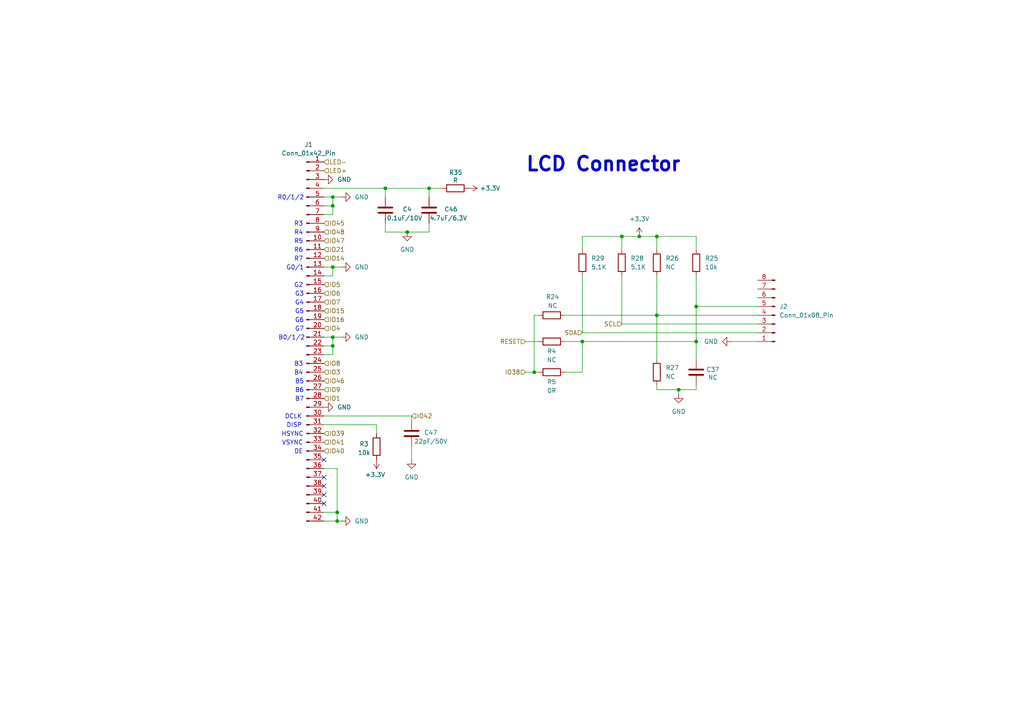
<source format=kicad_sch>
(kicad_sch (version 20231120) (generator "eeschema") (generator_version "8.0")
  (paper "A4")
  (lib_symbols
    (symbol "Connector:Conn_01x08_Pin" (pin_names (offset 1.016) hide)
      (property "Reference" "J" (at 0 10.16 0))
      (property "Value" "Conn_01x08_Pin" (at 0 -12.7 0))
      (symbol "Conn_01x08_Pin_1_1"
        (polyline (pts (xy 1.27 -10.16) (xy 0.8636 -10.16)) (stroke (width 0.1524)))
        (polyline (pts (xy 1.27 -7.62) (xy 0.8636 -7.62)) (stroke (width 0.1524)))
        (polyline (pts (xy 1.27 -5.08) (xy 0.8636 -5.08)) (stroke (width 0.1524)))
        (polyline (pts (xy 1.27 -2.54) (xy 0.8636 -2.54)) (stroke (width 0.1524)))
        (polyline (pts (xy 1.27 0) (xy 0.8636 0)) (stroke (width 0.1524)))
        (polyline (pts (xy 1.27 2.54) (xy 0.8636 2.54)) (stroke (width 0.1524)))
        (polyline (pts (xy 1.27 5.08) (xy 0.8636 5.08)) (stroke (width 0.1524)))
        (polyline (pts (xy 1.27 7.62) (xy 0.8636 7.62)) (stroke (width 0.1524)))
        (rectangle (start 0.8636 -10.033) (end 0 -10.287) (stroke (width 0.1524)) (fill (type outline)))
        (rectangle (start 0.8636 -7.493) (end 0 -7.747) (stroke (width 0.1524)) (fill (type outline)))
        (rectangle (start 0.8636 -4.953) (end 0 -5.207) (stroke (width 0.1524)) (fill (type outline)))
        (rectangle (start 0.8636 -2.413) (end 0 -2.667) (stroke (width 0.1524)) (fill (type outline)))
        (rectangle (start 0.8636 0.127) (end 0 -0.127) (stroke (width 0.1524)) (fill (type outline)))
        (rectangle (start 0.8636 2.667) (end 0 2.413) (stroke (width 0.1524)) (fill (type outline)))
        (rectangle (start 0.8636 5.207) (end 0 4.953) (stroke (width 0.1524)) (fill (type outline)))
        (rectangle (start 0.8636 7.747) (end 0 7.493) (stroke (width 0.1524)) (fill (type outline)))
        (pin passive line (at 5.08 7.62 180) (length 3.81) (name "Pin_1") (number "1"))
        (pin passive line (at 5.08 5.08 180) (length 3.81) (name "Pin_2") (number "2"))
        (pin passive line (at 5.08 2.54 180) (length 3.81) (name "Pin_3") (number "3"))
        (pin passive line (at 5.08 0 180) (length 3.81) (name "Pin_4") (number "4"))
        (pin passive line (at 5.08 -2.54 180) (length 3.81) (name "Pin_5") (number "5"))
        (pin passive line (at 5.08 -5.08 180) (length 3.81) (name "Pin_6") (number "6"))
        (pin passive line (at 5.08 -7.62 180) (length 3.81) (name "Pin_7") (number "7"))
        (pin passive line (at 5.08 -10.16 180) (length 3.81) (name "Pin_8") (number "8"))
      )
    )
    (symbol "Connector:Conn_01x42_Pin" (pin_names (offset 1.016) hide)
      (property "Reference" "J" (at 0 53.34 0))
      (property "Value" "Conn_01x42_Pin" (at 0 -55.88 0))
      (symbol "Conn_01x42_Pin_1_1"
        (polyline (pts (xy 1.27 -53.34) (xy 0.8636 -53.34)) (stroke (width 0.1524)))
        (polyline (pts (xy 1.27 -50.8) (xy 0.8636 -50.8)) (stroke (width 0.1524)))
        (polyline (pts (xy 1.27 -48.26) (xy 0.8636 -48.26)) (stroke (width 0.1524)))
        (polyline (pts (xy 1.27 -45.72) (xy 0.8636 -45.72)) (stroke (width 0.1524)))
        (polyline (pts (xy 1.27 -43.18) (xy 0.8636 -43.18)) (stroke (width 0.1524)))
        (polyline (pts (xy 1.27 -40.64) (xy 0.8636 -40.64)) (stroke (width 0.1524)))
        (polyline (pts (xy 1.27 -38.1) (xy 0.8636 -38.1)) (stroke (width 0.1524)))
        (polyline (pts (xy 1.27 -35.56) (xy 0.8636 -35.56)) (stroke (width 0.1524)))
        (polyline (pts (xy 1.27 -33.02) (xy 0.8636 -33.02)) (stroke (width 0.1524)))
        (polyline (pts (xy 1.27 -30.48) (xy 0.8636 -30.48)) (stroke (width 0.1524)))
        (polyline (pts (xy 1.27 -27.94) (xy 0.8636 -27.94)) (stroke (width 0.1524)))
        (polyline (pts (xy 1.27 -25.4) (xy 0.8636 -25.4)) (stroke (width 0.1524)))
        (polyline (pts (xy 1.27 -22.86) (xy 0.8636 -22.86)) (stroke (width 0.1524)))
        (polyline (pts (xy 1.27 -20.32) (xy 0.8636 -20.32)) (stroke (width 0.1524)))
        (polyline (pts (xy 1.27 -17.78) (xy 0.8636 -17.78)) (stroke (width 0.1524)))
        (polyline (pts (xy 1.27 -15.24) (xy 0.8636 -15.24)) (stroke (width 0.1524)))
        (polyline (pts (xy 1.27 -12.7) (xy 0.8636 -12.7)) (stroke (width 0.1524)))
        (polyline (pts (xy 1.27 -10.16) (xy 0.8636 -10.16)) (stroke (width 0.1524)))
        (polyline (pts (xy 1.27 -7.62) (xy 0.8636 -7.62)) (stroke (width 0.1524)))
        (polyline (pts (xy 1.27 -5.08) (xy 0.8636 -5.08)) (stroke (width 0.1524)))
        (polyline (pts (xy 1.27 -2.54) (xy 0.8636 -2.54)) (stroke (width 0.1524)))
        (polyline (pts (xy 1.27 0) (xy 0.8636 0)) (stroke (width 0.1524)))
        (polyline (pts (xy 1.27 2.54) (xy 0.8636 2.54)) (stroke (width 0.1524)))
        (polyline (pts (xy 1.27 5.08) (xy 0.8636 5.08)) (stroke (width 0.1524)))
        (polyline (pts (xy 1.27 7.62) (xy 0.8636 7.62)) (stroke (width 0.1524)))
        (polyline (pts (xy 1.27 10.16) (xy 0.8636 10.16)) (stroke (width 0.1524)))
        (polyline (pts (xy 1.27 12.7) (xy 0.8636 12.7)) (stroke (width 0.1524)))
        (polyline (pts (xy 1.27 15.24) (xy 0.8636 15.24)) (stroke (width 0.1524)))
        (polyline (pts (xy 1.27 17.78) (xy 0.8636 17.78)) (stroke (width 0.1524)))
        (polyline (pts (xy 1.27 20.32) (xy 0.8636 20.32)) (stroke (width 0.1524)))
        (polyline (pts (xy 1.27 22.86) (xy 0.8636 22.86)) (stroke (width 0.1524)))
        (polyline (pts (xy 1.27 25.4) (xy 0.8636 25.4)) (stroke (width 0.1524)))
        (polyline (pts (xy 1.27 27.94) (xy 0.8636 27.94)) (stroke (width 0.1524)))
        (polyline (pts (xy 1.27 30.48) (xy 0.8636 30.48)) (stroke (width 0.1524)))
        (polyline (pts (xy 1.27 33.02) (xy 0.8636 33.02)) (stroke (width 0.1524)))
        (polyline (pts (xy 1.27 35.56) (xy 0.8636 35.56)) (stroke (width 0.1524)))
        (polyline (pts (xy 1.27 38.1) (xy 0.8636 38.1)) (stroke (width 0.1524)))
        (polyline (pts (xy 1.27 40.64) (xy 0.8636 40.64)) (stroke (width 0.1524)))
        (polyline (pts (xy 1.27 43.18) (xy 0.8636 43.18)) (stroke (width 0.1524)))
        (polyline (pts (xy 1.27 45.72) (xy 0.8636 45.72)) (stroke (width 0.1524)))
        (polyline (pts (xy 1.27 48.26) (xy 0.8636 48.26)) (stroke (width 0.1524)))
        (polyline (pts (xy 1.27 50.8) (xy 0.8636 50.8)) (stroke (width 0.1524)))
        (rectangle (start 0.8636 -53.213) (end 0 -53.467) (stroke (width 0.1524)) (fill (type outline)))
        (rectangle (start 0.8636 -50.673) (end 0 -50.927) (stroke (width 0.1524)) (fill (type outline)))
        (rectangle (start 0.8636 -48.133) (end 0 -48.387) (stroke (width 0.1524)) (fill (type outline)))
        (rectangle (start 0.8636 -45.593) (end 0 -45.847) (stroke (width 0.1524)) (fill (type outline)))
        (rectangle (start 0.8636 -43.053) (end 0 -43.307) (stroke (width 0.1524)) (fill (type outline)))
        (rectangle (start 0.8636 -40.513) (end 0 -40.767) (stroke (width 0.1524)) (fill (type outline)))
        (rectangle (start 0.8636 -37.973) (end 0 -38.227) (stroke (width 0.1524)) (fill (type outline)))
        (rectangle (start 0.8636 -35.433) (end 0 -35.687) (stroke (width 0.1524)) (fill (type outline)))
        (rectangle (start 0.8636 -32.893) (end 0 -33.147) (stroke (width 0.1524)) (fill (type outline)))
        (rectangle (start 0.8636 -30.353) (end 0 -30.607) (stroke (width 0.1524)) (fill (type outline)))
        (rectangle (start 0.8636 -27.813) (end 0 -28.067) (stroke (width 0.1524)) (fill (type outline)))
        (rectangle (start 0.8636 -25.273) (end 0 -25.527) (stroke (width 0.1524)) (fill (type outline)))
        (rectangle (start 0.8636 -22.733) (end 0 -22.987) (stroke (width 0.1524)) (fill (type outline)))
        (rectangle (start 0.8636 -20.193) (end 0 -20.447) (stroke (width 0.1524)) (fill (type outline)))
        (rectangle (start 0.8636 -17.653) (end 0 -17.907) (stroke (width 0.1524)) (fill (type outline)))
        (rectangle (start 0.8636 -15.113) (end 0 -15.367) (stroke (width 0.1524)) (fill (type outline)))
        (rectangle (start 0.8636 -12.573) (end 0 -12.827) (stroke (width 0.1524)) (fill (type outline)))
        (rectangle (start 0.8636 -10.033) (end 0 -10.287) (stroke (width 0.1524)) (fill (type outline)))
        (rectangle (start 0.8636 -7.493) (end 0 -7.747) (stroke (width 0.1524)) (fill (type outline)))
        (rectangle (start 0.8636 -4.953) (end 0 -5.207) (stroke (width 0.1524)) (fill (type outline)))
        (rectangle (start 0.8636 -2.413) (end 0 -2.667) (stroke (width 0.1524)) (fill (type outline)))
        (rectangle (start 0.8636 0.127) (end 0 -0.127) (stroke (width 0.1524)) (fill (type outline)))
        (rectangle (start 0.8636 2.667) (end 0 2.413) (stroke (width 0.1524)) (fill (type outline)))
        (rectangle (start 0.8636 5.207) (end 0 4.953) (stroke (width 0.1524)) (fill (type outline)))
        (rectangle (start 0.8636 7.747) (end 0 7.493) (stroke (width 0.1524)) (fill (type outline)))
        (rectangle (start 0.8636 10.287) (end 0 10.033) (stroke (width 0.1524)) (fill (type outline)))
        (rectangle (start 0.8636 12.827) (end 0 12.573) (stroke (width 0.1524)) (fill (type outline)))
        (rectangle (start 0.8636 15.367) (end 0 15.113) (stroke (width 0.1524)) (fill (type outline)))
        (rectangle (start 0.8636 17.907) (end 0 17.653) (stroke (width 0.1524)) (fill (type outline)))
        (rectangle (start 0.8636 20.447) (end 0 20.193) (stroke (width 0.1524)) (fill (type outline)))
        (rectangle (start 0.8636 22.987) (end 0 22.733) (stroke (width 0.1524)) (fill (type outline)))
        (rectangle (start 0.8636 25.527) (end 0 25.273) (stroke (width 0.1524)) (fill (type outline)))
        (rectangle (start 0.8636 28.067) (end 0 27.813) (stroke (width 0.1524)) (fill (type outline)))
        (rectangle (start 0.8636 30.607) (end 0 30.353) (stroke (width 0.1524)) (fill (type outline)))
        (rectangle (start 0.8636 33.147) (end 0 32.893) (stroke (width 0.1524)) (fill (type outline)))
        (rectangle (start 0.8636 35.687) (end 0 35.433) (stroke (width 0.1524)) (fill (type outline)))
        (rectangle (start 0.8636 38.227) (end 0 37.973) (stroke (width 0.1524)) (fill (type outline)))
        (rectangle (start 0.8636 40.767) (end 0 40.513) (stroke (width 0.1524)) (fill (type outline)))
        (rectangle (start 0.8636 43.307) (end 0 43.053) (stroke (width 0.1524)) (fill (type outline)))
        (rectangle (start 0.8636 45.847) (end 0 45.593) (stroke (width 0.1524)) (fill (type outline)))
        (rectangle (start 0.8636 48.387) (end 0 48.133) (stroke (width 0.1524)) (fill (type outline)))
        (rectangle (start 0.8636 50.927) (end 0 50.673) (stroke (width 0.1524)) (fill (type outline)))
        (pin passive line (at 5.08 50.8 180) (length 3.81) (name "Pin_1") (number "1"))
        (pin passive line (at 5.08 27.94 180) (length 3.81) (name "Pin_10") (number "10"))
        (pin passive line (at 5.08 25.4 180) (length 3.81) (name "Pin_11") (number "11"))
        (pin passive line (at 5.08 22.86 180) (length 3.81) (name "Pin_12") (number "12"))
        (pin passive line (at 5.08 20.32 180) (length 3.81) (name "Pin_13") (number "13"))
        (pin passive line (at 5.08 17.78 180) (length 3.81) (name "Pin_14") (number "14"))
        (pin passive line (at 5.08 15.24 180) (length 3.81) (name "Pin_15") (number "15"))
        (pin passive line (at 5.08 12.7 180) (length 3.81) (name "Pin_16") (number "16"))
        (pin passive line (at 5.08 10.16 180) (length 3.81) (name "Pin_17") (number "17"))
        (pin passive line (at 5.08 7.62 180) (length 3.81) (name "Pin_18") (number "18"))
        (pin passive line (at 5.08 5.08 180) (length 3.81) (name "Pin_19") (number "19"))
        (pin passive line (at 5.08 48.26 180) (length 3.81) (name "Pin_2") (number "2"))
        (pin passive line (at 5.08 2.54 180) (length 3.81) (name "Pin_20") (number "20"))
        (pin passive line (at 5.08 0 180) (length 3.81) (name "Pin_21") (number "21"))
        (pin passive line (at 5.08 -2.54 180) (length 3.81) (name "Pin_22") (number "22"))
        (pin passive line (at 5.08 -5.08 180) (length 3.81) (name "Pin_23") (number "23"))
        (pin passive line (at 5.08 -7.62 180) (length 3.81) (name "Pin_24") (number "24"))
        (pin passive line (at 5.08 -10.16 180) (length 3.81) (name "Pin_25") (number "25"))
        (pin passive line (at 5.08 -12.7 180) (length 3.81) (name "Pin_26") (number "26"))
        (pin passive line (at 5.08 -15.24 180) (length 3.81) (name "Pin_27") (number "27"))
        (pin passive line (at 5.08 -17.78 180) (length 3.81) (name "Pin_28") (number "28"))
        (pin passive line (at 5.08 -20.32 180) (length 3.81) (name "Pin_29") (number "29"))
        (pin passive line (at 5.08 45.72 180) (length 3.81) (name "Pin_3") (number "3"))
        (pin passive line (at 5.08 -22.86 180) (length 3.81) (name "Pin_30") (number "30"))
        (pin passive line (at 5.08 -25.4 180) (length 3.81) (name "Pin_31") (number "31"))
        (pin passive line (at 5.08 -27.94 180) (length 3.81) (name "Pin_32") (number "32"))
        (pin passive line (at 5.08 -30.48 180) (length 3.81) (name "Pin_33") (number "33"))
        (pin passive line (at 5.08 -33.02 180) (length 3.81) (name "Pin_34") (number "34"))
        (pin passive line (at 5.08 -35.56 180) (length 3.81) (name "Pin_35") (number "35"))
        (pin passive line (at 5.08 -38.1 180) (length 3.81) (name "Pin_36") (number "36"))
        (pin passive line (at 5.08 -40.64 180) (length 3.81) (name "Pin_37") (number "37"))
        (pin passive line (at 5.08 -43.18 180) (length 3.81) (name "Pin_38") (number "38"))
        (pin passive line (at 5.08 -45.72 180) (length 3.81) (name "Pin_39") (number "39"))
        (pin passive line (at 5.08 43.18 180) (length 3.81) (name "Pin_4") (number "4"))
        (pin passive line (at 5.08 -48.26 180) (length 3.81) (name "Pin_40") (number "40"))
        (pin passive line (at 5.08 -50.8 180) (length 3.81) (name "Pin_41") (number "41"))
        (pin passive line (at 5.08 -53.34 180) (length 3.81) (name "Pin_42") (number "42"))
        (pin passive line (at 5.08 40.64 180) (length 3.81) (name "Pin_5") (number "5"))
        (pin passive line (at 5.08 38.1 180) (length 3.81) (name "Pin_6") (number "6"))
        (pin passive line (at 5.08 35.56 180) (length 3.81) (name "Pin_7") (number "7"))
        (pin passive line (at 5.08 33.02 180) (length 3.81) (name "Pin_8") (number "8"))
        (pin passive line (at 5.08 30.48 180) (length 3.81) (name "Pin_9") (number "9"))
      )
    )
    (symbol "Device:C" (pin_numbers hide) (pin_names (offset 0.254))
      (property "Reference" "C" (at 0.635 2.54 0))
      (property "Value" "C" (at 0.635 -2.54 0))
      (symbol "C_0_1"
        (polyline (pts (xy -2.032 -0.762) (xy 2.032 -0.762)) (stroke (width 0.508)))
        (polyline (pts (xy -2.032 0.762) (xy 2.032 0.762)) (stroke (width 0.508)))
      )
      (symbol "C_1_1"
        (pin passive line (at 0 3.81 270) (length 2.794) (name "~") (number "1"))
        (pin passive line (at 0 -3.81 90) (length 2.794) (name "~") (number "2"))
      )
    )
    (symbol "Device:R" (pin_numbers hide) (pin_names (offset 0))
      (property "Reference" "R" (at 2.032 0 90))
      (property "Value" "R" (at 0 0 90))
      (symbol "R_0_1"
        (rectangle (start -1.016 -2.54) (end 1.016 2.54) (stroke (width 0.254)))
      )
      (symbol "R_1_1"
        (pin passive line (at 0 3.81 270) (length 1.27) (name "~") (number "1"))
        (pin passive line (at 0 -3.81 90) (length 1.27) (name "~") (number "2"))
      )
    )
    (symbol "power:+3.3V" (power) (pin_numbers hide) (pin_names (offset 0) hide)
      (property "Value" "+3.3V" (at 0 3.556 0))
      (symbol "+3.3V_0_1"
        (polyline (pts (xy -0.762 1.27) (xy 0 2.54)))
        (polyline (pts (xy 0 0) (xy 0 2.54)))
        (polyline (pts (xy 0 2.54) (xy 0.762 1.27)))
      )
      (symbol "+3.3V_1_1"
        (pin power_in line (at 0 0 90) (length 0) (name "~") (number "1"))
      )
    )
    (symbol "power:GND" (power) (pin_numbers hide) (pin_names (offset 0) hide)
      (property "Value" "GND" (at 0 -3.81 0))
      (symbol "GND_0_1"
        (polyline (pts (xy 0 0) (xy 0 -1.27) (xy 1.27 -1.27) (xy 0 -2.54) (xy -1.27 -1.27) (xy 0 -1.27)))
      )
      (symbol "GND_1_1"
        (pin power_in line (at 0 0 270) (length 0) (name "~") (number "1"))
      )
    )
  )
  (junction (at 124.46 54.61))
  (junction (at 201.93 88.9))
  (junction (at 111.76 54.61))
  (junction (at 196.85 113.03))
  (junction (at 201.93 99.06))
  (junction (at 190.5 91.44))
  (junction (at 180.34 68.58))
  (junction (at 96.52 97.79))
  (junction (at 97.79 148.59))
  (junction (at 96.52 100.33))
  (junction (at 118.11 67.31))
  (junction (at 96.52 59.69))
  (junction (at 185.42 68.58))
  (junction (at 96.52 57.15))
  (junction (at 96.52 77.47))
  (junction (at 154.94 107.95))
  (junction (at 168.91 99.06))
  (junction (at 190.5 68.58))
  (junction (at 97.79 151.13))
  (no_connect (at 93.98 146.05))
  (no_connect (at 93.98 133.35))
  (no_connect (at 93.98 140.97))
  (no_connect (at 93.98 143.51))
  (no_connect (at 93.98 138.43))
  (wire (pts (xy 124.46 54.61) (xy 128.27 54.61)))
  (wire (pts (xy 190.5 113.03) (xy 196.85 113.03)))
  (wire (pts (xy 109.22 123.19) (xy 109.22 125.73)))
  (wire (pts (xy 163.83 99.06) (xy 168.91 99.06)))
  (wire (pts (xy 201.93 72.39) (xy 201.93 68.58)))
  (wire (pts (xy 152.4 99.06) (xy 156.21 99.06)))
  (wire (pts (xy 96.52 97.79) (xy 99.06 97.79)))
  (wire (pts (xy 180.34 93.98) (xy 219.71 93.98)))
  (wire (pts (xy 96.52 57.15) (xy 93.98 57.15)))
  (wire (pts (xy 93.98 151.13) (xy 97.79 151.13)))
  (wire (pts (xy 96.52 100.33) (xy 96.52 97.79)))
  (wire (pts (xy 190.5 72.39) (xy 190.5 68.58)))
  (wire (pts (xy 111.76 64.77) (xy 111.76 67.31)))
  (wire (pts (xy 96.52 57.15) (xy 99.06 57.15)))
  (wire (pts (xy 154.94 107.95) (xy 156.21 107.95)))
  (wire (pts (xy 96.52 62.23) (xy 96.52 59.69)))
  (wire (pts (xy 190.5 80.01) (xy 190.5 91.44)))
  (wire (pts (xy 119.38 129.54) (xy 119.38 133.35)))
  (wire (pts (xy 180.34 80.01) (xy 180.34 93.98)))
  (wire (pts (xy 93.98 100.33) (xy 96.52 100.33)))
  (wire (pts (xy 152.4 107.95) (xy 154.94 107.95)))
  (wire (pts (xy 93.98 123.19) (xy 109.22 123.19)))
  (wire (pts (xy 96.52 80.01) (xy 96.52 77.47)))
  (wire (pts (xy 93.98 102.87) (xy 96.52 102.87)))
  (wire (pts (xy 163.83 107.95) (xy 168.91 107.95)))
  (wire (pts (xy 93.98 135.89) (xy 97.79 135.89)))
  (wire (pts (xy 124.46 54.61) (xy 111.76 54.61)))
  (wire (pts (xy 124.46 57.15) (xy 124.46 54.61)))
  (wire (pts (xy 190.5 91.44) (xy 219.71 91.44)))
  (wire (pts (xy 180.34 68.58) (xy 180.34 72.39)))
  (wire (pts (xy 190.5 113.03) (xy 190.5 111.76)))
  (wire (pts (xy 93.98 54.61) (xy 111.76 54.61)))
  (wire (pts (xy 201.93 68.58) (xy 190.5 68.58)))
  (wire (pts (xy 201.93 80.01) (xy 201.93 88.9)))
  (wire (pts (xy 196.85 113.03) (xy 196.85 114.3)))
  (wire (pts (xy 201.93 88.9) (xy 219.71 88.9)))
  (wire (pts (xy 196.85 113.03) (xy 201.93 113.03)))
  (wire (pts (xy 168.91 96.52) (xy 219.71 96.52)))
  (wire (pts (xy 201.93 113.03) (xy 201.93 111.76)))
  (wire (pts (xy 168.91 99.06) (xy 201.93 99.06)))
  (wire (pts (xy 93.98 80.01) (xy 96.52 80.01)))
  (wire (pts (xy 163.83 91.44) (xy 190.5 91.44)))
  (wire (pts (xy 168.91 68.58) (xy 180.34 68.58)))
  (wire (pts (xy 124.46 64.77) (xy 124.46 67.31)))
  (wire (pts (xy 96.52 59.69) (xy 96.52 57.15)))
  (wire (pts (xy 111.76 67.31) (xy 118.11 67.31)))
  (wire (pts (xy 96.52 77.47) (xy 99.06 77.47)))
  (wire (pts (xy 201.93 88.9) (xy 201.93 99.06)))
  (wire (pts (xy 190.5 68.58) (xy 185.42 68.58)))
  (wire (pts (xy 93.98 59.69) (xy 96.52 59.69)))
  (wire (pts (xy 99.06 151.13) (xy 97.79 151.13)))
  (wire (pts (xy 96.52 97.79) (xy 93.98 97.79)))
  (wire (pts (xy 97.79 148.59) (xy 97.79 151.13)))
  (wire (pts (xy 168.91 99.06) (xy 168.91 107.95)))
  (wire (pts (xy 168.91 80.01) (xy 168.91 96.52)))
  (wire (pts (xy 93.98 62.23) (xy 96.52 62.23)))
  (wire (pts (xy 96.52 77.47) (xy 93.98 77.47)))
  (wire (pts (xy 168.91 72.39) (xy 168.91 68.58)))
  (wire (pts (xy 190.5 104.14) (xy 190.5 91.44)))
  (wire (pts (xy 111.76 54.61) (xy 111.76 57.15)))
  (wire (pts (xy 96.52 102.87) (xy 96.52 100.33)))
  (wire (pts (xy 156.21 91.44) (xy 154.94 91.44)))
  (wire (pts (xy 119.38 120.65) (xy 119.38 121.92)))
  (wire (pts (xy 93.98 148.59) (xy 97.79 148.59)))
  (wire (pts (xy 219.71 99.06) (xy 212.09 99.06)))
  (wire (pts (xy 124.46 67.31) (xy 118.11 67.31)))
  (wire (pts (xy 201.93 99.06) (xy 201.93 104.14)))
  (wire (pts (xy 93.98 120.65) (xy 119.38 120.65)))
  (wire (pts (xy 97.79 135.89) (xy 97.79 148.59)))
  (wire (pts (xy 154.94 91.44) (xy 154.94 107.95)))
  (wire (pts (xy 180.34 68.58) (xy 185.42 68.58)))
  (text "G0/1" (at 85.598 77.724 0) (effects (font (size 1.27 1.27))))
  (text "B6" (at 86.868 113.284 0) (effects (font (size 1.27 1.27))))
  (text "G3" (at 86.868 85.344 0) (effects (font (size 1.27 1.27))))
  (text "G5\n" (at 86.868 90.424 0) (effects (font (size 1.27 1.27))))
  (text "DCLK" (at 85.09 120.904 0) (effects (font (size 1.27 1.27))))
  (text "B7" (at 86.868 115.824 0) (effects (font (size 1.27 1.27))))
  (text "B0/1/2" (at 84.582 98.044 0) (effects (font (size 1.27 1.27))))
  (text "G7\n" (at 86.868 95.504 0) (effects (font (size 1.27 1.27))))
  (text "LCD Connector\n" (at 175.006 47.752 0) (effects (font (size 4 4) (thickness 0.8) (bold yes))))
  (text "G6" (at 86.868 92.964 0) (effects (font (size 1.27 1.27))))
  (text "R0/1/2" (at 84.328 57.404 0) (effects (font (size 1.27 1.27))))
  (text "B4" (at 86.614 108.204 0) (effects (font (size 1.27 1.27))))
  (text "DE" (at 86.614 131.064 0) (effects (font (size 1.27 1.27))))
  (text "G2\n" (at 86.614 82.804 0) (effects (font (size 1.27 1.27))))
  (text "R4" (at 86.614 67.564 0) (effects (font (size 1.27 1.27))))
  (text "HSYNC" (at 84.836 125.984 0) (effects (font (size 1.27 1.27))))
  (text "R6\n" (at 86.614 72.644 0) (effects (font (size 1.27 1.27))))
  (text "G4" (at 86.868 87.884 0) (effects (font (size 1.27 1.27))))
  (text "B5" (at 86.868 110.744 0) (effects (font (size 1.27 1.27))))
  (text "R5\n" (at 86.614 70.104 0) (effects (font (size 1.27 1.27))))
  (text "B3" (at 86.614 105.664 0) (effects (font (size 1.27 1.27))))
  (text "VSYNC\n" (at 84.836 128.524 0) (effects (font (size 1.27 1.27))))
  (text "R3\n" (at 86.614 65.024 0) (effects (font (size 1.27 1.27))))
  (text "DISP" (at 85.344 123.444 0) (effects (font (size 1.27 1.27))))
  (text "R7\n" (at 86.614 75.184 0) (effects (font (size 1.27 1.27))))
  (hierarchical_label "IO3" (shape input) (at 93.98 107.95 0))
  (hierarchical_label "IO4" (shape input) (at 93.98 95.25 0))
  (hierarchical_label "IO15" (shape input) (at 93.98 90.17 0))
  (hierarchical_label "IO5" (shape input) (at 93.98 82.55 0))
  (hierarchical_label "IO41" (shape input) (at 93.98 128.27 0))
  (hierarchical_label "LED+" (shape input) (at 93.98 49.53 0))
  (hierarchical_label "IO39" (shape input) (at 93.98 125.73 0))
  (hierarchical_label "IO40" (shape input) (at 93.98 130.81 0))
  (hierarchical_label "IO48" (shape input) (at 93.98 67.31 0))
  (hierarchical_label "IO47" (shape input) (at 93.98 69.85 0))
  (hierarchical_label "SDA" (shape input) (at 168.91 96.52 180))
  (hierarchical_label "SCL" (shape input) (at 180.34 93.98 180))
  (hierarchical_label "IO21" (shape input) (at 93.98 72.39 0))
  (hierarchical_label "IO8" (shape input) (at 93.98 105.41 0))
  (hierarchical_label "IO46" (shape input) (at 93.98 110.49 0))
  (hierarchical_label "RESET" (shape input) (at 152.4 99.06 180))
  (hierarchical_label "IO14" (shape input) (at 93.98 74.93 0))
  (hierarchical_label "IO38" (shape input) (at 152.4 107.95 180))
  (hierarchical_label "IO1" (shape input) (at 93.98 115.57 0))
  (hierarchical_label "IO6" (shape input) (at 93.98 85.09 0))
  (hierarchical_label "IO7" (shape input) (at 93.98 87.63 0))
  (hierarchical_label "LED-" (shape input) (at 93.98 46.99 0))
  (hierarchical_label "IO16" (shape input) (at 93.98 92.71 0))
  (hierarchical_label "IO9" (shape input) (at 93.98 113.03 0))
  (hierarchical_label "IO42" (shape input) (at 119.38 120.65 0))
  (hierarchical_label "IO45" (shape input) (at 93.98 64.77 0))
  (symbol (lib_id "power:GND") (at 212.09 99.06 270) (unit 1)
    (property "Reference" "#PWR041" (effects (hide yes)))
    (property "Value" "GND" (at 208.28 99.0601 90) (effects (justify right)))
    (property "Description" "Power symbol creates a global label with name \"GND\" , ground" (effects (hide yes)))
  )
  (symbol (lib_id "Device:C") (at 201.93 107.95 180) (unit 1)
    (property "Reference" "C37" (at 206.756 107.188 0))
    (property "Value" "NC" (at 206.756 109.474 0))
    (property "Footprint" "Capacitor_SMD:C_0603_1608Metric" (effects (hide yes)))
    (property "Description" "Unpolarized capacitor" (effects (hide yes)))
  )
  (symbol (lib_id "power:GND") (at 93.98 52.07 90) (unit 1)
    (property "Reference" "#PWR08" (effects (hide yes)))
    (property "Value" "GND" (at 97.79 52.0699 90) (effects (justify right)))
    (property "Description" "Power symbol creates a global label with name \"GND\" , ground" (effects (hide yes)))
  )
  (symbol (lib_id "Device:R") (at 132.08 54.61 90) (unit 1)
    (property "Reference" "R35" (at 134.112 50.038 90) (effects (justify left)))
    (property "Value" "R" (at 132.842 52.324 90) (effects (justify left)))
    (property "Footprint" "Resistor_SMD:R_0603_1608Metric" (effects (hide yes)))
    (property "Description" "Resistor" (effects (hide yes)))
  )
  (symbol (lib_id "Device:R") (at 160.02 99.06 270) (unit 1)
    (property "Reference" "R4" (at 160.02 101.854 90))
    (property "Value" "NC" (at 160.02 104.394 90))
    (property "Footprint" "Resistor_SMD:R_0402_1005Metric" (effects (hide yes)))
    (property "Description" "62.5mW Thick Film Resistors 50V ±100ppm/℃ ±1% 10kΩ 0402" (effects (hide yes)))
    (property "MFR" "0402WGF1002TCE" (effects (hide yes)))
    (property "LCSC" "C25744" (effects (hide yes)))
  )
  (symbol (lib_id "Device:C") (at 119.38 125.73 180) (unit 1)
    (property "Reference" "C47" (at 124.968 125.476 0))
    (property "Value" "22pF/50V" (at 124.968 128.016 0))
    (property "Footprint" "Capacitor_SMD:C_0805_2012Metric" (effects (hide yes)))
    (property "Description" "Unpolarized capacitor" (effects (hide yes)))
  )
  (symbol (lib_id "power:GND") (at 196.85 114.3 0) (unit 1)
    (property "Reference" "#PWR042" (effects (hide yes)))
    (property "Value" "GND" (at 196.85 119.38 0))
    (property "Description" "Power symbol creates a global label with name \"GND\" , ground" (effects (hide yes)))
  )
  (symbol (lib_id "Connector:Conn_01x42_Pin") (at 88.9 97.79 0) (unit 1)
    (property "Reference" "J1" (at 89.535 41.91 0))
    (property "Value" "Conn_01x42_Pin" (at 89.535 44.45 0))
    (property "Description" "\"Generic connector, single row, 01x42, script generated\"" (effects (hide yes)))
  )
  (symbol (lib_id "Device:C") (at 111.76 60.96 180) (unit 1)
    (property "Reference" "C4" (at 118.11 60.706 0))
    (property "Value" "0.1uF/10V" (at 117.348 63.246 0))
    (property "Footprint" "Capacitor_SMD:C_0805_2012Metric" (effects (hide yes)))
    (property "Description" "Unpolarized capacitor" (effects (hide yes)))
  )
  (symbol (lib_id "Device:C") (at 124.46 60.96 180) (unit 1)
    (property "Reference" "C46" (at 130.81 60.706 0))
    (property "Value" "4.7uF/6.3V" (at 130.048 63.246 0))
    (property "Footprint" "Capacitor_SMD:C_0805_2012Metric" (effects (hide yes)))
    (property "Description" "Unpolarized capacitor" (effects (hide yes)))
  )
  (symbol (lib_id "power:GND") (at 118.11 67.31 0) (unit 1)
    (property "Reference" "#PWR058" (effects (hide yes)))
    (property "Value" "GND" (at 118.11 72.39 0))
    (property "Description" "Power symbol creates a global label with name \"GND\" , ground" (effects (hide yes)))
  )
  (symbol (lib_id "Connector:Conn_01x08_Pin") (at 224.79 91.44 180) (unit 1)
    (property "Reference" "J2" (at 226.06 88.8999 0) (effects (justify right)))
    (property "Value" "Conn_01x08_Pin" (at 226.06 91.4399 0) (effects (justify right)))
    (property "Description" "Generic connector, single row, 01x08, script generated" (effects (hide yes)))
  )
  (symbol (lib_id "power:GND") (at 119.38 133.35 0) (unit 1)
    (property "Reference" "#PWR060" (effects (hide yes)))
    (property "Value" "GND" (at 119.38 138.43 0))
    (property "Description" "Power symbol creates a global label with name \"GND\" , ground" (effects (hide yes)))
  )
  (symbol (lib_id "Device:R") (at 160.02 107.95 270) (unit 1)
    (property "Reference" "R5" (at 160.02 110.744 90))
    (property "Value" "0R" (at 160.02 113.284 90))
    (property "Footprint" "Resistor_SMD:R_0402_1005Metric" (effects (hide yes)))
    (property "Description" "62.5mW Thick Film Resistors 50V ±100ppm/℃ ±1% 10kΩ 0402" (effects (hide yes)))
    (property "MFR" "0402WGF1002TCE" (effects (hide yes)))
    (property "LCSC" "C25744" (effects (hide yes)))
  )
  (symbol (lib_id "power:GND") (at 93.98 118.11 90) (unit 1)
    (property "Reference" "#PWR059" (effects (hide yes)))
    (property "Value" "GND" (at 97.79 118.1099 90) (effects (justify right)))
    (property "Description" "Power symbol creates a global label with name \"GND\" , ground" (effects (hide yes)))
  )
  (symbol (lib_id "power:+3.3V") (at 135.89 54.61 270) (unit 1)
    (property "Reference" "#PWR012" (effects (hide yes)))
    (property "Value" "+3.3V" (at 139.192 54.61 90) (effects (justify left)))
    (property "Description" "Power symbol creates a global label with name \"+3.3V\"" (effects (hide yes)))
  )
  (symbol (lib_id "Device:R") (at 109.22 129.54 180) (unit 1)
    (property "Reference" "R3" (at 106.934 128.778 0) (effects (justify left)))
    (property "Value" "10k" (at 107.442 131.318 0) (effects (justify left)))
    (property "Footprint" "Resistor_SMD:R_0603_1608Metric" (effects (hide yes)))
    (property "Description" "Resistor" (effects (hide yes)))
  )
  (symbol (lib_id "power:GND") (at 99.06 97.79 90) (unit 1)
    (property "Reference" "#PWR011" (effects (hide yes)))
    (property "Value" "GND" (at 102.87 97.7899 90) (effects (justify right)))
    (property "Description" "Power symbol creates a global label with name \"GND\" , ground" (effects (hide yes)))
  )
  (symbol (lib_id "Device:R") (at 201.93 76.2 180) (unit 1)
    (property "Reference" "R25" (at 204.47 74.9299 0) (effects (justify right)))
    (property "Value" "10k" (at 204.47 77.4699 0) (effects (justify right)))
    (property "Footprint" "Resistor_SMD:R_0402_1005Metric" (effects (hide yes)))
    (property "Description" "62.5mW Thick Film Resistors 50V ±100ppm/℃ ±1% 10kΩ 0402" (effects (hide yes)))
    (property "MFR" "0402WGF1002TCE" (effects (hide yes)))
    (property "LCSC" "C25744" (effects (hide yes)))
  )
  (symbol (lib_id "Device:R") (at 160.02 91.44 270) (unit 1)
    (property "Reference" "R24" (at 160.274 86.106 90))
    (property "Value" "NC" (at 160.274 88.646 90))
    (property "Footprint" "Resistor_SMD:R_0402_1005Metric" (effects (hide yes)))
    (property "Description" "62.5mW Thick Film Resistors 50V ±100ppm/℃ ±1% 10kΩ 0402" (effects (hide yes)))
    (property "MFR" "0402WGF1002TCE" (effects (hide yes)))
    (property "LCSC" "C25744" (effects (hide yes)))
  )
  (symbol (lib_id "power:+3.3V") (at 185.42 68.58 0) (unit 1)
    (property "Reference" "#PWR043" (effects (hide yes)))
    (property "Value" "+3.3V" (at 185.42 63.5 0))
    (property "Description" "Power symbol creates a global label with name \"+3.3V\"" (effects (hide yes)))
  )
  (symbol (lib_id "power:GND") (at 99.06 57.15 90) (unit 1)
    (property "Reference" "#PWR09" (effects (hide yes)))
    (property "Value" "GND" (at 102.87 57.1499 90) (effects (justify right)))
    (property "Description" "Power symbol creates a global label with name \"GND\" , ground" (effects (hide yes)))
  )
  (symbol (lib_id "power:GND") (at 99.06 151.13 90) (unit 1)
    (property "Reference" "#PWR061" (effects (hide yes)))
    (property "Value" "GND" (at 102.87 151.1299 90) (effects (justify right)))
    (property "Description" "Power symbol creates a global label with name \"GND\" , ground" (effects (hide yes)))
  )
  (symbol (lib_id "Device:R") (at 180.34 76.2 180) (unit 1)
    (property "Reference" "R28" (at 182.88 74.9299 0) (effects (justify right)))
    (property "Value" "5.1K" (at 182.88 77.4699 0) (effects (justify right)))
    (property "Footprint" "Resistor_SMD:R_0402_1005Metric" (effects (hide yes)))
    (property "Description" "62.5mW Thick Film Resistors 50V ±100ppm/℃ ±1% 10kΩ 0402" (effects (hide yes)))
    (property "MFR" "0402WGF1002TCE" (effects (hide yes)))
    (property "LCSC" "C25744" (effects (hide yes)))
  )
  (symbol (lib_id "power:+3.3V") (at 109.22 133.35 180) (unit 1)
    (property "Reference" "#PWR07" (effects (hide yes)))
    (property "Value" "+3.3V" (at 111.76 137.668 0) (effects (justify left)))
    (property "Description" "Power symbol creates a global label with name \"+3.3V\"" (effects (hide yes)))
  )
  (symbol (lib_id "power:GND") (at 99.06 77.47 90) (unit 1)
    (property "Reference" "#PWR010" (effects (hide yes)))
    (property "Value" "GND" (at 102.87 77.4699 90) (effects (justify right)))
    (property "Description" "Power symbol creates a global label with name \"GND\" , ground" (effects (hide yes)))
  )
  (symbol (lib_id "Device:R") (at 190.5 76.2 180) (unit 1)
    (property "Reference" "R26" (at 193.04 74.9299 0) (effects (justify right)))
    (property "Value" "NC" (at 193.04 77.4699 0) (effects (justify right)))
    (property "Footprint" "Resistor_SMD:R_0402_1005Metric" (effects (hide yes)))
    (property "Description" "62.5mW Thick Film Resistors 50V ±100ppm/℃ ±1% 10kΩ 0402" (effects (hide yes)))
    (property "MFR" "0402WGF1002TCE" (effects (hide yes)))
    (property "LCSC" "C25744" (effects (hide yes)))
  )
  (symbol (lib_id "Device:R") (at 190.5 107.95 0) (unit 1)
    (property "Reference" "R27" (at 193.04 106.6799 0) (effects (justify left)))
    (property "Value" "NC" (at 193.04 109.2199 0) (effects (justify left)))
    (property "Footprint" "Resistor_SMD:R_0402_1005Metric" (effects (hide yes)))
    (property "Description" "62.5mW Thick Film Resistors 50V ±100ppm/℃ ±1% 10kΩ 0402" (effects (hide yes)))
    (property "MFR" "0402WGF1002TCE" (effects (hide yes)))
    (property "LCSC" "C25744" (effects (hide yes)))
  )
  (symbol (lib_id "Device:R") (at 168.91 76.2 180) (unit 1)
    (property "Reference" "R29" (at 171.45 74.9299 0) (effects (justify right)))
    (property "Value" "5.1K" (at 171.45 77.4699 0) (effects (justify right)))
    (property "Footprint" "Resistor_SMD:R_0402_1005Metric" (effects (hide yes)))
    (property "Description" "62.5mW Thick Film Resistors 50V ±100ppm/℃ ±1% 10kΩ 0402" (effects (hide yes)))
    (property "MFR" "0402WGF1002TCE" (effects (hide yes)))
    (property "LCSC" "C25744" (effects (hide yes)))
  )
)
</source>
